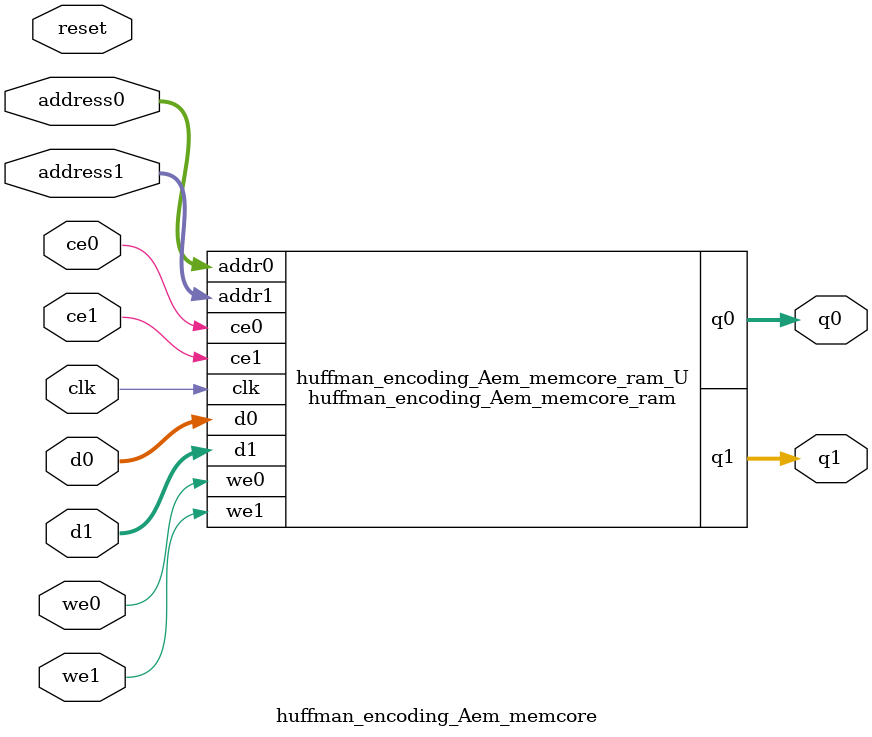
<source format=v>
`timescale 1 ns / 1 ps
module huffman_encoding_Aem_memcore_ram (addr0, ce0, d0, we0, q0, addr1, ce1, d1, we1, q1,  clk);

parameter DWIDTH = 9;
parameter AWIDTH = 7;
parameter MEM_SIZE = 128;

input[AWIDTH-1:0] addr0;
input ce0;
input[DWIDTH-1:0] d0;
input we0;
output reg[DWIDTH-1:0] q0;
input[AWIDTH-1:0] addr1;
input ce1;
input[DWIDTH-1:0] d1;
input we1;
output reg[DWIDTH-1:0] q1;
input clk;

(* ram_style = "block" *)reg [DWIDTH-1:0] ram[0:MEM_SIZE-1];




always @(posedge clk)  
begin 
    if (ce0) begin
        if (we0) 
            ram[addr0] <= d0; 
        q0 <= ram[addr0];
    end
end


always @(posedge clk)  
begin 
    if (ce1) begin
        if (we1) 
            ram[addr1] <= d1; 
        q1 <= ram[addr1];
    end
end


endmodule

`timescale 1 ns / 1 ps
module huffman_encoding_Aem_memcore(
    reset,
    clk,
    address0,
    ce0,
    we0,
    d0,
    q0,
    address1,
    ce1,
    we1,
    d1,
    q1);

parameter DataWidth = 32'd9;
parameter AddressRange = 32'd128;
parameter AddressWidth = 32'd7;
input reset;
input clk;
input[AddressWidth - 1:0] address0;
input ce0;
input we0;
input[DataWidth - 1:0] d0;
output[DataWidth - 1:0] q0;
input[AddressWidth - 1:0] address1;
input ce1;
input we1;
input[DataWidth - 1:0] d1;
output[DataWidth - 1:0] q1;



huffman_encoding_Aem_memcore_ram huffman_encoding_Aem_memcore_ram_U(
    .clk( clk ),
    .addr0( address0 ),
    .ce0( ce0 ),
    .we0( we0 ),
    .d0( d0 ),
    .q0( q0 ),
    .addr1( address1 ),
    .ce1( ce1 ),
    .we1( we1 ),
    .d1( d1 ),
    .q1( q1 ));

endmodule


</source>
